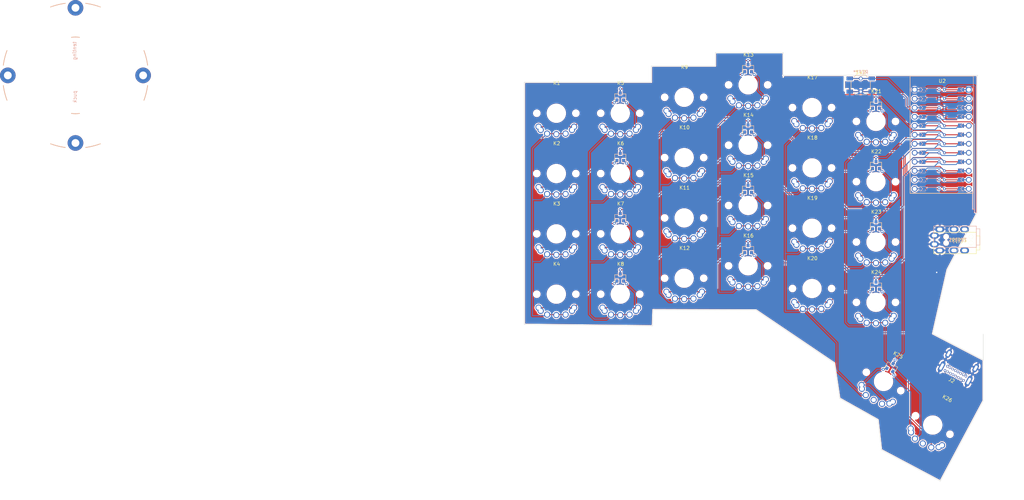
<source format=kicad_pcb>
(kicad_pcb (version 20221018) (generator pcbnew)
  (layers (0 "F.Cu" signal) (31 "B.Cu" signal) (34 "B.Paste" user) (35 "F.Paste" user) (36 "B.SilkS" user "B.Silkscreen") (37 "F.SilkS" user "F.Silkscreen") (38 "B.Mask" user) (39 "F.Mask" user) (44 "Edge.Cuts" user))
  (net 0 "")
  (net 1 "dataT")
  (net 2 "dataR")
  (net 3 "row0")
  (net 4 "row1")
  (net 5 "row2")
  (net 6 "row3")
  (net 7 "row4")
  (net 8 "col5")
  (net 9 "col4")
  (net 10 "col3")
  (net 11 "col2")
  (net 12 "col1")
  (net 13 "col0")
  (net 14 "gnd")
  (net 15 "Net-(D1-A1)")
  (net 16 "Net-(D2-A1)")
  (net 17 "Net-(D3-A1)")
  (net 18 "Net-(D4-A1)")
  (net 19 "Net-(D1-A2)")
  (net 20 "Net-(D2-A2)")
  (net 21 "Net-(D3-A2)")
  (net 22 "Net-(D4-A2)")
  (net 23 "Net-(D6-A1)")
  (net 24 "Net-(D7-A1)")
  (net 25 "Net-(D8-A1)")
  (net 26 "Net-(D5-A1)")
  (net 27 "Net-(D6-A2)")
  (net 28 "Net-(D7-A2)")
  (net 29 "Net-(D8-A2)")
  (net 30 "Net-(D5-A2)")
  (net 31 "Net-(D10-A1)")
  (net 32 "Net-(D11-A1)")
  (net 33 "Net-(D12-A1)")
  (net 34 "Net-(D9-A1)")
  (net 35 "Net-(D10-A2)")
  (net 36 "Net-(D11-A2)")
  (net 37 "Net-(D12-A2)")
  (net 38 "Net-(D9-A2)")
  (net 39 "Net-(D14-A1)")
  (net 40 "Net-(D14-A2)")
  (net 46 "vcc")
  (net 47 "reset")
  (footprint "fingerpunch:gateron-ks27-choc-v1-reversible" (layer "F.Cu") (at 178.135 133.6 -28.2)
    (fp_text reference "K25")
    (fp_text value "SW_Key")
  )
  (footprint "hillside_basic:SW_SPST_SKQG_WithStem" (layer "F.Cu") (at 171.71 50.06)
    (fp_text reference "SW2")
    (fp_text value "Reset")
  )
  (footprint "keyboard_reversible:promicro-slim" (layer "F.Cu") (at 194.5 64 -90)
    (fp_text reference "U2")
    (fp_text value "Elite-C")
  )
  (footprint "fingerpunch:gateron-ks27-choc-v1-reversible" (layer "F.Cu") (at 86 92)
    (fp_text reference "K3")
    (fp_text value "SW_Key")
  )
  (footprint "fingerpunch:gateron-ks27-choc-v1-reversible" (layer "F.Cu") (at 104 92)
    (fp_text reference "K7")
    (fp_text value "SW_Key")
  )
  (footprint "fingerpunch:gateron-ks27-choc-v1-reversible" (layer "F.Cu") (at 140 101)
    (fp_text reference "K16")
    (fp_text value "SW_Key")
  )
  (footprint "fingerpunch:gateron-ks27-choc-v1-reversible" (layer "F.Cu") (at 158 56.4)
    (fp_text reference "K17")
    (fp_text value "SW_Key")
  )
  (footprint "fingerpunch:gateron-ks27-choc-v1-reversible-1.5" (layer "F.Cu") (at 191.987169 145.879029 -28.2)
    (fp_text reference "K26")
    (fp_text value "SW_Key")
  )
  (footprint "fingerpunch:gateron-ks27-choc-v1-reversible" (layer "F.Cu") (at 122 87.5)
    (fp_text reference "K11")
    (fp_text value "SW_Key")
  )
  (footprint "fingerpunch:gateron-ks27-choc-v1-reversible" (layer "F.Cu") (at 104 58)
    (fp_text reference "K5")
    (fp_text value "SW_Key")
  )
  (footprint "hillside_basic:SOT-23" (layer "F.Cu") (at 104 104.3 90)
    (fp_text reference "D4" hide)
    (fp_text value "BAV70" hide)
  )
  (footprint "hillside_basic:SOT-23" (layer "F.Cu") (at 176 55.6 90)
    (fp_text reference "D10" hide)
    (fp_text value "BAV70" hide)
  )
  (footprint "fingerpunch:gateron-ks27-choc-v1-reversible" (layer "F.Cu") (at 176 94.3)
    (fp_text reference "K23")
    (fp_text value "SW_Key")
  )
  (footprint "fingerpunch:gateron-ks27-choc-v1-reversible" (layer "F.Cu") (at 140 67)
    (fp_text reference "K14")
    (fp_text value "SW_Key")
  )
  (footprint "hillside:MJ-4PP-9" (layer "F.Cu") (at 192.26 94.57 90)
    (fp_text reference "J5")
    (fp_text value "TRRS" hide)
  )
  (footprint "fingerpunch:gateron-ks27-choc-v1-reversible" (layer "F.Cu") (at 158 73.4)
    (fp_text reference "K18")
    (fp_text value "SW_Key")
  )
  (footprint "fingerpunch:gateron-ks27-choc-v1-reversible" (layer "F.Cu") (at 122 70.5)
    (fp_text reference "K10")
    (fp_text value "SW_Key")
  )
  (footprint "fingerpunch:gateron-ks27-choc-v1-reversible" (layer "F.Cu") (at 104 75)
    (fp_text reference "K6")
    (fp_text value "SW_Key")
  )
  (footprint "hillside_basic:SOT-23" (layer "F.Cu") (at 180.367281 129.452281 61.801)
    (fp_text reference "D14" hide)
    (fp_text value "BAV70" hide)
  )
  (footprint "hillside_basic:SOT-23" (layer "F.Cu") (at 104 53.3 90)
    (fp_text reference "D1" hide)
    (fp_text value "BAV70" hide)
  )
  (footprint "fingerpunch:gateron-ks27-choc-v1-reversible" (layer "F.Cu") (at 122 104.5)
    (fp_text reference "K12")
    (fp_text value "SW_Key")
  )
  (footprint "hillside_basic:SOT-23" (layer "F.Cu") (at 140 96.3 90)
    (fp_text reference "D5" hide)
    (fp_text value "BAV70" hide)
  )
  (footprint "fingerpunch:gateron-ks27-choc-v1-reversible" (layer "F.Cu") (at 176 77.3)
    (fp_text reference "K22")
    (fp_text value "SW_Key")
  )
  (footprint "hillside:Tenting_Puck" (layer "F.Cu") (at -49.405 47.33)
    (fp_text reference "H13")
    (fp_text value "Mount_Tenting")
  )
  (footprint "fingerpunch:gateron-ks27-choc-v1-reversible" (layer "F.Cu") (at 158 107.4)
    (fp_text reference "K20")
    (fp_text value "SW_Key")
  )
  (footprint "fingerpunch:gateron-ks27-choc-v1-reversible" (layer "F.Cu") (at 140 84)
    (fp_text reference "K15")
    (fp_text value "SW_Key")
  )
  (footprint "fingerpunch:gateron-ks27-choc-v1-reversible" (layer "F.Cu") (at 86 109)
    (fp_text reference "K4")
    (fp_text value "SW_Key")
  )
  (footprint "fingerpunch:gateron-ks27-choc-v1-reversible" (layer "F.Cu") (at 176 60.3)
    (fp_text reference "K21")
    (fp_text value "SW_Key")
  )
  (footprint "fingerpunch:gateron-ks27-choc-v1-reversible" (layer "F.Cu") (at 140 50)
    (fp_text reference "K13")
    (fp_text value "SW_Key")
  )
  (footprint "fingerpunch:gateron-ks27-choc-v1-reversible" (layer "F.Cu") (at 86 75)
    (fp_text reference "K2")
    (fp_text value "SW_Key")
  )
  (footprint "hillside_basic:SOT-23" (layer "F.Cu") (at 140 45.3 90)
    (fp_text reference "D6" hide)
    (fp_text value "BAV70" hide)
  )
  (footprint "fingerpunch:gateron-ks27-choc-v1-reversible" (layer "F.Cu") (at 86 58)
    (fp_text reference "K1")
    (fp_text value "SW_Key")
  )
  (footprint "hillside_basic:SOT-23" (layer "F.Cu") (at 140 79.3 90)
    (fp_text reference "D8" hide)
    (fp_text value "BAV70" hide)
  )
  (footprint "fingerpunch:gateron-ks27-choc-v1-reversible" (layer "F.Cu") (at 176 111.3)
    (fp_text reference "K24")
    (fp_text value "SW_Key")
  )
  (footprint "hillside_basic:SOT-23" (layer "F.Cu") (at 176 72.6 90)
    (fp_text reference "D11" hide)
    (fp_text value "BAV70" hide)
  )
  (footprint "hillside_basic:SOT-23" (layer "F.Cu") (at 176 106.6 90)
    (fp_text reference "D9" hide)
    (fp_text value "BAV70" hide)
  )
  (footprint "fingerpunch:gateron-ks27-choc-v1-reversible" (layer "F.Cu") (at 158 90.4)
    (fp_text reference "K19")
    (fp_text value "SW_Key")
  )
  (footprint "hillside_basic:SOT-23" (layer "F.Cu") (at 104 70.3 90)
    (fp_text reference "D2" hide)
    (fp_text value "BAV70" hide)
  )
  (footprint "fingerpunch:gateron-ks27-choc-v1-reversible" (layer "F.Cu") (at 122 53.5)
    (fp_text reference "K9")
    (fp_text value "SW_Key")
  )
  (footprint "keyboard_reversible:USB_C_16p" (layer "F.Cu") (at 201.68 125.15 151.801)
    (fp_text reference "J2")
    (fp_text value "USB_C_Receptacle_USB2.0")
  )
  (footprint "hillside_basic:SOT-23" (layer "F.Cu") (at 104 87.3 90)
    (fp_text reference "D3" hide)
    (fp_text value "BAV70" hide)
  )
  (footprint "hillside_basic:SOT-23" (layer "F.Cu") (at 140 62.3 90)
    (fp_text reference "D7" hide)
    (fp_text value "BAV70" hide)
  )
  (footprint "fingerpunch:gateron-ks27-choc-v1-reversible" (layer "F.Cu") (at 104 109)
    (fp_text reference "K8")
    (fp_text value "SW_Key")
  )
  (footprint "hillside_basic:SOT-23" (layer "F.Cu") (at 176 89.6 90)
    (fp_text reference "D12" hide)
    (fp_text value "BAV70" hide)
  )
  (gr_line (start 76.99 117.52) (end 113.08 117.93) (stroke (width 0.1)) (layer "Edge.Cuts"))
  (gr_line (start 194.13 161.67) (end 206.2 139.02) (stroke (width 0.1)) (layer "Edge.Cuts"))
  (gr_line (start 204.725 47.32) (end 149.775 47.32) (stroke (width 0.1)) (layer "Edge.Cuts"))
  (gr_line (start 167.11 51.69) (end 167.11 47.79) (stroke (width 0.1)) (layer "Edge.Cuts"))
  (gr_line (start 165.78 138.34) (end 176.57 144.4) (stroke (width 0.1)) (layer "Edge.Cuts"))
  (gr_line (start 206.19 127.54) (end 191.97 120.15) (stroke (width 0.1)) (layer "Edge.Cuts"))
  (gr_line (start 204.5 86) (end 204.5 47.31) (stroke (width 0.1)) (layer "Edge.Cuts"))
  (gr_line (start 76.99 49.24) (end 76.99 117.52) (stroke (width 0.1)) (layer "Edge.Cuts"))
  (gr_line (start 130.79 44.68) (end 130.79 40.87) (stroke (width 0.1)) (layer "Edge.Cuts"))
  (gr_line (start 113.24 113.38) (end 142.23 113.47) (stroke (width 0.1)) (layer "Edge.Cuts"))
  (gr_line (start 164.29 128.39) (end 165.78 138.34) (stroke (width 0.1)) (layer "Edge.Cuts"))
  (gr_line (start 112.76 44.68) (end 130.79 44.68) (stroke (width 0.1)) (layer "Edge.Cuts"))
  (gr_line (start 177.53 152.86) (end 194.13 161.67) (stroke (width 0.1)) (layer "Edge.Cuts"))
  (gr_line (start 112.76 49.24) (end 112.76 44.68) (stroke (width 0.1)) (layer "Edge.Cuts"))
  (gr_line (start 113.08 117.93) (end 113.24 113.38) (stroke (width 0.1)) (layer "Edge.Cuts"))
  (gr_line (start 149.9 47.79) (end 149.9 40.89) (stroke (width 0.1)) (layer "Edge.Cuts"))
  (gr_line (start 196.06 102.08) (end 204.5 86) (stroke (width 0.1)) (layer "Edge.Cuts"))
  (gr_line (start 176.57 144.4) (end 177.53 152.86) (stroke (width 0.1)) (layer "Edge.Cuts"))
  (gr_line (start 76.99 49.24) (end 112.76 49.24) (stroke (width 0.1)) (layer "Edge.Cuts"))
  (gr_line (start 191.97 120.15) (end 196.06 102.08) (stroke (width 0.1)) (layer "Edge.Cuts"))
  (gr_line (start 142.23 113.47) (end 164.29 128.39) (stroke (width 0.1)) (layer "Edge.Cuts"))
  (gr_line (start 149.9 40.89) (end 130.82 40.89) (stroke (width 0.1)) (layer "Edge.Cuts"))
  (gr_line (start 206.2 139.02) (end 206.2 120.25) (stroke (width 0.1)) (layer "Edge.Cuts"))
  (segment (start 203.708224 50.238224) (end 203.97 50.5) (width 0.25) (layer "B.Cu") (net 1))
  (segment (start 203.97 50.5) (end 203.97 85.82) (width 0.25) (layer "B.Cu") (net 1))
  (segment (start 196.402 50.238224) (end 203.708224 50.238224) (width 0.25) (layer "B.Cu") (net 1))
  (segment (start 195.277 51.363224) (end 196.402 50.238224) (width 0.25) (layer "B.Cu") (net 1))
  (segment (start 203.52 53.697233) (end 203.52 84.82) (width 0.25) (layer "B.Cu") (net 2))
  (segment (start 202.600991 52.778224) (end 203.52 53.697233) (width 0.25) (layer "B.Cu") (net 2))
  (segment (start 195.277 53.903224) (end 196.402 52.778224) (width 0.25) (layer "B.Cu") (net 2))
  (segment (start 196.402 52.778224) (end 202.600991 52.778224) (width 0.25) (layer "B.Cu") (net 2))
  (segment (start 166.04 53.45) (end 176 53.45) (width 0.25) (layer "F.Cu") (net 3))
  (segment (start 165.02 52.43) (end 166.04 53.45) (width 0.25) (layer "F.Cu") (net 3))
  (segment (start 146.9941 43.8041) (end 146.9941 48.7741) (width 0.25) (layer "F.Cu") (net 3))
  (segment (start 114.91 46.64) (end 115.13 46.42) (width 0.25) (layer "F.Cu") (net 3))
  (segment (start 115.13 46.42) (end 132.3 46.42) (width 0.25) (layer "F.Cu") (net 3))
  (segment (start 147.6 49.38) (end 164.273604 49.38) (width 0.25) (layer "F.Cu") (net 3))
  (segment (start 104 51.15) (end 113.47 51.15) (width 0.25) (layer "F.Cu") (net 3))
  (segment (start 114.91 49.71) (end 114.91 46.64) (width 0.25) (layer "F.Cu") (net 3))
  (segment (start 132.98 43.15) (end 140 43.15) (width 0.25) (layer "F.Cu") (net 3))
  (segment (start 146.34 43.15) (end 146.9941 43.8041) (width 0.25) (layer "F.Cu") (net 3))
  (segment (start 113.47 51.15) (end 114.91 49.71) (width 0.25) (layer "F.Cu") (net 3))
  (segment (start 140 43.15) (end 146.34 43.15) (width 0.25) (layer "F.Cu") (net 3))
  (segment (start 165.02 50.126396) (end 165.02 52.43) (width 0.25) (layer "F.Cu") (net 3))
  (segment (start 146.9941 48.7741) (end 147.6 49.38) (width 0.25) (layer "F.Cu") (net 3))
  (segment (start 132.3 46.42) (end 132.98 45.74) (width 0.25) (layer "F.Cu") (net 3))
  (segment (start 132.98 45.74) (end 132.98 43.15) (width 0.25) (layer "F.Cu") (net 3))
  (segment (start 164.273604 49.38) (end 165.02 50.126396) (width 0.25) (layer "F.Cu") (net 3))
  (segment (start 186.429009 62.648224) (end 192.628 62.648224) (width 0.25) (layer "B.Cu") (net 3))
  (segment (start 177.230785 53.45) (end 186.429009 62.648224) (width 0.25) (layer "B.Cu") (net 3))
  (segment (start 192.628 62.648224) (end 193.753 61.523224) (width 0.25) (layer "B.Cu") (net 3))
  (segment (start 176 53.45) (end 177.230785 53.45) (width 0.25) (layer "B.Cu") (net 3))
  (segment (start 139.99 60.14) (end 140 60.15) (width 0.25) (layer "F.Cu") (net 4))
  (segment (start 132.946396 60.14) (end 139.99 60.14) (width 0.25) (layer "F.Cu") (net 4))
  (segment (start 140 60.15) (end 147.053604 60.15) (width 0.25) (layer "F.Cu") (net 4))
  (segment (start 104 68.15) (end 111.41 68.15) (width 0.25) (layer "F.Cu") (net 4))
  (segment (start 116.06 63.5) (end 129.586396 63.5) (width 0.25) (layer "F.Cu") (net 4))
  (segment (start 111.41 68.15) (end 116.06 63.5) (width 0.25) (layer "F.Cu") (net 4))
  (segment (start 164.72 66.53) (end 168.64 70.45) (width 0.25) (layer "F.Cu") (net 4))
  (segment (start 129.586396 63.5) (end 132.946396 60.14) (width 0.25) (layer "F.Cu") (net 4))
  (segment (start 153.433604 66.53) (end 164.72 66.53) (width 0.25) (layer "F.Cu") (net 4))
  (segment (start 147.053604 60.15) (end 153.433604 66.53) (width 0.25) (layer "F.Cu") (net 4))
  (segment (start 168.64 70.45) (end 176 70.45) (width 0.25) (layer "F.Cu") (net 4))
  (segment (start 178.917233 70.45) (end 184.179009 65.188224) (width 0.25) (layer "B.Cu") (net 4))
  (segment (start 184.179009 65.188224) (end 192.628 65.188224) (width 0.25) (layer "B.Cu") (net 4))
  (segment (start 192.628 65.188224) (end 193.753 64.063224) (width 0.25) (layer "B.Cu") (net 4))
  (segment (start 176 70.45) (end 178.917233 70.45) (width 0.25) (layer "B.Cu") (net 4))
  (segment (start 132.47 77.15) (end 140 77.15) (width 0.25) (layer "F.Cu") (net 5))
  (segment (start 165.2 86.63) (end 165.2 84.4) (width 0.25) (layer "F.Cu") (net 5))
  (segment (start 110.86 85.15) (end 115.57 80.44) (width 0.25) (layer "F.Cu") (net 5))
  (segment (start 129.18 80.44) (end 132.47 77.15) (width 0.25) (layer "F.Cu") (net 5))
  (segment (start 115.57 80.44) (end 129.18 80.44) (width 0.25) (layer "F.Cu") (net 5))
  (segment (start 165.2 84.4) (end 164.23 83.43) (width 0.25) (layer "F.Cu") (net 5))
  (segment (start 166.02 87.45) (end 165.2 86.63) (width 0.25) (layer "F.Cu") (net 5))
  (segment (start 154.023604 83.43) (end 147.743604 77.15) (width 0.25) (layer "F.Cu") (net 5))
  (segment (start 164.23 83.43) (end 154.023604 83.43) (width 0.25) (layer "F.Cu") (net 5))
  (segment (start 176 87.45) (end 166.02 87.45) (width 0.25) (layer "F.Cu") (net 5))
  (segment (start 104 85.15) (end 110.86 85.15) (width 0.25) (layer "F.Cu") (net 5))
  (segment (start 147.743604 77.15) (end 140 77.15) (width 0.25) (layer "F.Cu") (net 5))
  (segment (start 176.67 87.45) (end 176 87.45) (width 0.25) (layer "B.Cu") (net 5))
  (segment (start 182.76 81.36) (end 176.67 87.45) (width 0.25) (layer "B.Cu") (net 5))
  (segment (start 190.265828 67.93) (end 186.32 67.93) (width 0.25) (layer "B.Cu") (net 5))
  (segment (start 182.76 71.49) (end 182.76 81.36) (width 0.25) (layer "B.Cu") (net 5))
  (segment (start 193.753 66.603224) (end 192.429 67.927224) (width 0.25) (layer "B.Cu") (net 5))
  (segment (start 186.32 67.93) (end 182.76 71.49) (width 0.25) (layer "B.Cu") (net 5))
  (segment (start 192.429 67.927224) (end 190.268604 67.927224) (width 0.25) (layer "B.Cu") (net 5))
  (segment (start 190.268604 67.927224) (end 190.265828 67.93) (width 0.25) (layer "B.Cu") (net 5))
  (segment (start 169.85 104.45) (end 176 104.45) (width 0.25) (layer "F.Cu") (net 6))
  (segment (start 147.34 95.126396) (end 147.34 97.8) (width 0.25) (layer "F.Cu") (net 6))
  (segment (start 165.87 100.47) (end 169.85 104.45) (width 0.25) (layer "F.Cu") (net 6))
  (segment (start 111.53 102.15) (end 116.42 97.26) (width 0.25) (layer "F.Cu") (net 6))
  (segment (start 147.34 97.8) (end 150.01 100.47) (width 0.25) (layer "F.Cu") (net 6))
  (segment (start 104 102.15) (end 111.53 102.15) (width 0.25) (layer "F.Cu") (net 6))
  (segment (start 116.42 97.26) (end 129.95 97.26) (width 0.25) (layer "F.Cu") (net 6))
  (segment (start 129.95 97.26) (end 133.06 94.15) (width 0.25) (layer "F.Cu") (net 6))
  (segment (start 150.01 100.47) (end 165.87 100.47) (width 0.25) (layer "F.Cu") (net 6))
  (segment (start 146.363604 94.15) (end 147.34 95.126396) (width 0.25) (layer "F.Cu") (net 6))
  (segment (start 133.06 94.15) (end 140 94.15) (width 0.25) (layer "F.Cu") (net 6))
  (segment (start 140 94.15) (end 146.363604 94.15) (width 0.25) (layer "F.Cu") (net 6))
  (segment (start 193.753 69.143224) (end 190.966776 69.143224) (width 0.25) (layer "B.Cu") (net 6))
  (segment (start 190.966776 69.143224) (end 189.551776 70.558224) (width 0.25) (layer "B.Cu") (net 6))
  (segment (start 183.21 98.01) (end 176.77 104.45) (width 0.25) (layer "B.Cu") (net 6))
  (segment (start 176.77 104.45) (end 176 104.45) (width 0.25) (layer "B.Cu") (net 6))
  (segment (start 183.21 73.777233) (end 183.21 98.01) (width 0.25) (layer "B.Cu") (net 6))
  (segment (start 189.551776 70.558224) (end 186.429009 70.558224) (width 0.25) (layer "B.Cu") (net 6))
  (segment (start 186.429009 70.558224) (end 183.21 73.777233) (width 0.25) (layer "B.Cu") (net 6))
  (segment (start 192.429 73.007224) (end 186.520009 73.007224) (width 0.25) (layer "B.Cu") (net 7))
  (segment (start 193.753 71.683224) (end 192.429 73.007224) (width 0.25) (layer "B.Cu") (net 7))
  (segment (start 183.67 125.270693) (end 181.383232 127.557461) (width 0.25) (layer "B.Cu") (net 7))
  (segment (start 186.520009 73.007224) (end 183.67 75.857233) (width 0.25) (layer "B.Cu") (net 7))
  (segment (start 183.67 75.857233) (end 183.67 125.270693) (width 0.25) (layer "B.Cu") (net 7))
  (segment (start 173.4 83.05) (end 178.6 83.05) (width 0.25) (layer "F.Cu") (net 8))
  (segment (start 173.4 117.05) (end 178.6 117.05) (width 0.25) (layer "F.Cu") (net 8))
  (segment (start 173.4 100.05) (end 178.6 100.05) (width 0.25) (layer "F.Cu") (net 8))
  (segment (start 185.15 74.377233) (end 185.15 143.31) (width 0.25) (layer "F.Cu") (net 8))
  (segment (start 185.15 143.31) (end 191.561391 149.721391) (width 0.25) (layer "F.Cu") (net 8))
  (segment (start 194.065 73.011224) (end 195.277 74.223224) (width 0.25) (layer "F.Cu") (net 8))
  (segment (start 185.15 74.377233) (end 186.516009 73.011224) (width 0.25) (layer "F.Cu") (net 8))
  (segment (start 173.4 66.05) (end 178.6 66.05) (width 0.25) (layer "F.Cu") (net 8))
  (segment (start 191.561391 149.721391) (end 191.561391 152.175156) (width 0.25) (layer "F.Cu") (net 8))
  (segment (start 186.516009 73.011224) (end 194.065 73.011224) (width 0.25) (layer "F.Cu") (net 8))
  (segment (start 173.4 83.05) (end 171.87 84.58) (width 0.25) (layer "B.Cu") (net 8))
  (segment (start 172.525001 117.924999) (end 173.4 117.05) (width 0.25) (layer "B.Cu") (net 8))
  (segment (start 178.6 117.05) (end 178.6 127.563515) (width 0.25) (layer "B.Cu") (net 8))
  (segment (start 167.46 116.99) (end 168.394999 117.924999) (width 0.25) (layer "B.Cu") (net 8))
  (segment (start 188.3659 148.330605) (end 186.978613 149.717892) (width 0.25) (layer "B.Cu") (net 8))
  (segment (start 168.394999 117.924999) (end 172.525001 117.924999) (width 0.25) (layer "B.Cu") (net 8))
  (segment (start 167.46 101.52) (end 167.46 116.99) (width 0.25) (layer "B.Cu") (net 8))
  (segment (start 180.908382 129.871897) (end 181.061897 129.871897) (width 0.25) (layer "B.Cu") (net 8))
  (segment (start 171.87 84.58) (end 167.46 84.58) (width 0.25) (layer "B.Cu") (net 8))
  (segment (start 167.46 71.99) (end 167.46 84.58) (width 0.25) (layer "B.Cu") (net 8))
  (segment (start 167.46 84.58) (end 167.46 101.52) (width 0.25) (layer "B.Cu") (net 8))
  (segment (start 171.93 101.52) (end 167.46 101.52) (width 0.25) (layer "B.Cu") (net 8))
  (segment (start 181.061897 129.871897) (end 188.3659 137.1759) (width 0.25) (layer "B.Cu") (net 8))
  (segment (start 173.4 100.05) (end 171.93 101.52) (width 0.25) (layer "B.Cu") (net 8))
  (segment (start 188.3659 137.1759) (end 188.3659 148.330605) (width 0.25) (layer "B.Cu") (net 8))
  (segment (start 178.6 127.563515) (end 180.908382 129.871897) (width 0.25) (layer "B.Cu") (net 8))
  (segment (start 173.4 66.05) (end 167.46 71.99) (width 0.25) (layer "B.Cu") (net 8))
  (segment (start 167.33 119.88) (end 184.7 119.88) (width 0.25) (layer "F.Cu") (net 9))
  (segment (start 155.4 62.15) (end 160.6 62.15) (width 0.25) (layer "F.Cu") (net 9))
  (segment (start 155.4 113.15) (end 160.6 113.15) (width 0.25) (layer "F.Cu") (net 9))
  (segment (start 186.516009 70.471224) (end 194.065 70.471224) (width 0.25) (layer "F.Cu") (net 9))
  (segment (start 160.6 113.15) (end 167.33 119.88) (width 0.25) (layer "F.Cu") (net 9))
  (segment (start 184.7 72.287233) (end 186.516009 70.471224) (width 0.25) (layer "F.Cu") (net 9))
  (segment (start 155.4 79.15) (end 160.6 79.15) (width 0.25) (layer "F.Cu") (net 9))
  (segment (start 184.7 119.88) (end 184.7 72.287233) (width 0.25) (layer "F.Cu") (net 9))
  (segment (start 155.4 96.15) (end 160.6 96.15) (width 0.25) (layer "F.Cu") (net 9))
  (segment (start 194.065 70.471224) (end 195.277 71.683224) (width 0.25) (layer "F.Cu") (net 9))
  (segment (start 154.01 97.54) (end 150.48 97.54) (width 0.25) (layer "B.Cu") (net 9))
  (segment (start 171.889008 137.438863) (end 173.126444 137.438863) (width 0.25) (layer "B.Cu") (net 9))
  (segment (start 150.48 80.64) (end 150.48 97.54) (width 0.25) (layer "B.Cu") (net 9))
  (segment (start 155.4 62.15) (end 150.48 67.07) (width 0.25) (layer "B.Cu") (net 9))
  (segment (start 150.48 113.86) (end 154.69 113.86) (width 0.25) (layer "B.Cu") (net 9))
  (segment (start 154.69 113.86) (end 155.4 113.15) (width 0.25) (layer "B.Cu") (net 9))
  (segment (start 155.4 113.15) (end 165.007193 122.757193) (width 0.25) (layer "B.Cu") (net 9))
  (segment (start 155.4 96.15) (end 154.01 97.54) (width 0.25) (layer "B.Cu") (net 9))
  (segment (start 150.48 97.54) (end 150.48 113.86) (width 0.25) (layer "B.Cu") (net 9))
  (segment (start 153.91 80.64) (end 150.48 80.64) (width 0.25) (layer "B.Cu") (net 9))
  (segment (start 165.007193 122.757193) (end 165.007193 130.557048) (width 0.25) (layer "B.Cu") (net 9))
  (segment (start 155.4 79.15) (end 153.91 80.64) (width 0.25) (layer "B.Cu") (net 9))
  (segment (start 150.48 67.07) (end 150.48 80.64) (width 0.25) (layer "B.Cu") (net 9))
  (segment (start 165.007193 130.557048) (end 171.889008 137.438863) (width 0.25) (layer "B.Cu") (net 9))
  (segment (start 142.6 92.92) (end 142.6 89.75) (width 0.25) (layer "F.Cu") (net 10))
  (segment (start 137.4 72.75) (end 142.6 72.75) (width 0.25) (layer "F.Cu") (net 10))
  (segment (start 137.4 89.75) (end 142.6 89.75) (width 0.25) (layer "F.Cu") (net 10))
  (segment (start 137.4 106.75) (end 142.6 106.75) (width 0.25) (layer "F.Cu") (net 10))
  (segment (start 184.25 69.98) (end 184.25 98.85) (width 0.25) (layer "F.Cu") (net 10))
  (segment (start 186.298776 67.931224) (end 184.25 69.98) (width 0.25) (layer "F.Cu") (net 10))
  (segment (start 194.065 67.931224) (end 186.298776 67.931224) (width 0.25) (layer "F.Cu") (net 10))
  (segment (start 137.4 55.75) (end 142.6 55.75) (width 0.25) (layer "F.Cu") (net 10))
  (segment (start 184.25 98.85) (end 179.375 103.725) (width 0.25) (layer "F.Cu") (net 10))
  (segment (start 147.79 97.613604) (end 147.79 94.94) (width 0.25) (layer "F.Cu") (net 10))
  (segment (start 195.277 69.143224) (end 194.065 67.931224) (width 0.25) (layer "F.Cu") (net 10))
  (segment (start 166.21 100.02) (end 150.196396 100.02) (width 0.25) (layer "F.Cu") (net 10))
  (segment (start 146.55 93.7) (end 143.38 93.7) (width 0.25) (layer "F.Cu") (net 10))
  (segment (start 169.915 103.725) (end 166.21 100.02) (width 0.25) (layer "F.Cu") (net 10))
  (segment (start 179.375 103.725) (end 169.915 103.725) (width 0.25) (layer "F.Cu") (net 10))
  (segment (start 143.38 93.7) (end 142.6 92.92) (width 0.25) (layer "F.Cu") (net 10))
  (segment (start 147.79 94.94) (end 146.55 93.7) (width 0.25) (layer "F.Cu") (net 10))
  (segment (start 150.196396 100.02) (end 147.79 97.613604) (width 0.25) (layer "F.Cu") (net 10))
  (segment (start 135.68 108.47) (end 137.4 106.75) (width 0.25) (layer "B.Cu") (net 10))
  (segment (start 131.82 108.47) (end 135.68 108.47) (width 0.25) (layer "B.Cu") (net 10))
  (segment (start 135.33 74.82) (end 131.82 74.82) (width 0.25) (layer "B.Cu") (net 10))
  (segment (start 131.82 61.33) (end 131.82 74.82) (width 0.25) (layer "B.Cu") (net 10))
  (segment (start 137.4 72.75) (end 135.33 74.82) (width 0.25) (layer "B.Cu") (net 10))
  (segment (start 137.4 89.75) (end 134.7 92.45) (width 0.25) (layer "B.Cu") (net 10))
  (segment (start 134.7 92.45) (end 131.82 92.45) (width 0.25) (layer "B.Cu") (net 10))
  (segment (start 131.82 74.82) (end 131.82 92.45) (width 0.25) (layer "B.Cu") (net 10))
  (segment (start 131.82 92.45) (end 131.82 108.47) (width 0.25) (layer "B.Cu") (net 10))
  (segment (start 137.4 55.75) (end 131.82 61.33) (width 0.25) (layer "B.Cu") (net 10))
  (segment (start 186.508776 65.391224) (end 183.8 68.1) (width 0.25) (layer "F.Cu") (net 11))
  (segment (start 130.593604 78.39) (end 126.74 78.39) (width 0.25) (layer "F.Cu") (net 11))
  (segment (start 168.3 85.23) (end 166.04 82.97) (width 0.25) (layer "F.Cu") (net 11))
  (segment (start 166.04 82.97) (end 154.2 82.97) (width 0.25) (layer "F.Cu") (net 11))
  (segment (start 119.4 110.25) (end 124.6 110.25) (width 0.25) (layer "F.Cu") (net 11))
  (segment (start 133.113604 75.87) (end 130.593604 78.39) (width 0.25) (layer "F.Cu") (net 11))
  (segment (start 183.8 68.1) (end 183.8 83.94) (width 0.25) (layer "F.Cu") (net 11))
  (segment (start 126.74 78.39) (end 124.6 76.25) (width 0.25) (layer "F.Cu") (net 11))
  (segment (start 183.8 83.94) (end 182.51 85.23) (width 0.25) (layer "F.Cu") (net 11))
  (segment (start 194.065 65.391224) (end 186.508776 65.391224) (width 0.25) (layer "F.Cu") (net 11))
  (segment (start 147.1 75.87) (end 133.113604 75.87) (width 0.25) (layer "F.Cu") (net 11))
  (segment (start 195.277 66.603224) (end 194.065 65.391224) (width 0.25) (layer "F.Cu") (net 11))
  (segment (start 119.4 59.25) (end 124.6 59.25) (width 0.25) (layer "F.Cu") (net 11))
  (segment (start 182.51 85.23) (end 168.3 85.23) (width 0.25) (layer "F.Cu") (net 11))
  (segment (start 119.4 93.25) (end 124.6 93.25) (width 0.25) (layer "F.Cu") (net 11))
  (segment (start 154.2 82.97) (end 147.1 75.87) (width 0.25) (layer "F.Cu") (net 11))
  (segment (start 119.4 76.25) (end 124.6 76.25) (width 0.25) (layer "F.Cu") (net 11))
  (segment (start 118.525001 111.124999) (end 119.4 110.25) (width 0.25) (layer "B.Cu") (net 11))
  (segment (start 117.754999 111.124999) (end 118.525001 111.124999) (width 0.25) (layer "B.Cu") (net 11))
  (segment (start 119.4 76.25) (end 117.55 78.1) (width 0.25) (layer "B.Cu") (net 11))
  (segment (start 117.55 78.1) (end 115.2741 78.1) (width 0.25) (layer "B.Cu") (net 11))
  (segment (start 119.4 59.25) (end 115.2741 63.3759) (width 0.25) (layer "B.Cu") (net 11))
  (segment (start 119.4 93.25) (end 117.11 95.54) (width 0.25) (layer "B.Cu") (net 11))
  (segment (start 115.2741 78.1) (end 115.2741 95.54) (width 0.25) (layer "B.Cu") (net 11))
  (segment (start 117.11 95.54) (end 115.2741 95.54) (width 0.25) (layer "B.Cu") (net 11))
  (segment (start 115.2741 108.6441) (end 117.754999 111.124999) (width 0.25) (layer "B.Cu") (net 11))
  (segment (start 115.2741 63.3759) (end 115.2741 78.1) (width 0.25) (layer "B.Cu") (net 11))
  (segment (start 115.2741 95.54) (end 115.2741 108.6441) (width 0.25) (layer "B.Cu") (net 11))
  (segment (start 182.55 68.81) (end 167.636396 68.81) (width 0.25) (layer "F.Cu") (net 12))
  (segment (start 101.4 63.75) (end 106.6 63.75) (width 0.25) (layer "F.Cu") (net 12))
  (segment (start 195.277 64.063224) (end 194.065 62.851224) (width 0.25) (layer "F.Cu") (net 12))
  (segment (start 164.906396 66.08) (end 153.62 66.08) (width 0.25) (layer "F.Cu") (net 12))
  (segment (start 186.516009 62.851224) (end 183.08 66.287233) (width 0.25) (layer "F.Cu") (net 12))
  (segment (start 133.2 59.25) (end 129.4 63.05) (width 0.25) (layer "F.Cu") (net 12))
  (segment (start 101.4 114.75) (end 106.6 114.75) (width 0.25) (layer "F.Cu") (net 12))
  (segment (start 115.873604 63.05) (end 113.563604 65.36) (width 0.25) (layer "F.Cu") (net 12))
  (segment (start 167.636396 68.81) (end 164.906396 66.08) (width 0.25) (layer "F.Cu") (net 12))
  (segment (start 183.08 68.28) (end 182.55 68.81) (width 0.25) (layer "F.Cu") (net 12))
  (segment (start 129.4 63.05) (end 115.873604 63.05) (width 0.25) (layer "F.Cu") (net 12))
  (segment (start 108.21 65.36) (end 106.6 63.75) (width 0.25) (layer "F.Cu") (net 12))
  (segment (start 194.065 62.851224) (end 186.516009 62.851224) (width 0.25) (layer "F.Cu") (net 12))
  (segment (start 101.4 80.75) (end 106.6 80.75) (width 0.25) (layer "F.Cu") (net 12))
  (segment (start 113.563604 65.36) (end 108.21 65.36) (width 0.25) (layer "F.Cu") (net 12))
  (segment (start 153.62 66.08) (end 146.79 59.25) (width 0.25) (layer "F.Cu") (net 12))
  (segment (start 146.79 59.25) (end 133.2 59.25) (width 0.25) (layer "F.Cu") (net 12))
  (segment (start 101.4 97.75) (end 106.6 97.75) (width 0.25) (layer "F.Cu") (net 12))
  (segment (start 183.08 66.287233) (end 183.08 68.28) (width 0.25) (layer "F.Cu") (net 12))
  (segment (start 101.4 80.75) (end 99.13 83.02) (width 0.25) (layer "B.Cu") (net 12))
  (segment (start 101.4 114.75) (end 100.11 116.04) (width 0.25) (layer "B.Cu") (net 12))
  (segment (start 100.55 63.75) (end 101.4 63.75) (width 0.25) (layer "B.Cu") (net 12))
  (segment (start 100.11 116.04) (end 96.7 116.04) (width 0.25) (layer "B.Cu") (net 12))
  (segment (start 99.13 83.02) (end 95.31 83.02) (width 0.25) (layer "B.Cu") (net 12))
  (segment (start 95.31 83.02) (end 95.31 68.99) (width 0.25) (layer "B.Cu") (net 12))
  (segment (start 95.31 68.99) (end 100.55 63.75) (width 0.25) (layer "B.Cu") (net 12))
  (segment (start 96.7 116.04) (end 95.31 114.65) (width 0.25) (layer "B.Cu") (net 12))
  (segment (start 95.31 99.92) (end 95.31 83.02) (width 0.25) (layer "B.Cu") (net 12))
  (segment (start 95.31 114.65) (end 95.31 99.92) (width 0.25) (layer "B.Cu") (net 12))
  (segment (start 99.23 99.92) (end 95.31 99.92) (width 0.25) (layer "B.Cu") (net 12))
  (segment (start 101.4 97.75) (end 99.23 99.92) (width 0.25) (layer "B.Cu") (net 12))
  (segment (start 83.4 97.75) (end 88.6 97.75) (width 0.25) (layer "F.Cu") (net 13))
  (segment (start 185.021224 60.311224) (end 184.8 60.09) (width 0.25) (layer "F.Cu") (net 13))
  (segment (start 194.065 60.311224) (end 185.021224 60.311224) (width 0.25) (layer "F.Cu") (net 13))
  (segment (start 132.113604 45.97) (end 114.943604 45.97) (width 0.25) (layer "F.Cu") (net 13))
  (segment (start 165.47 52.243604) (end 165.47 49.94) (width 0.25) (layer "F.Cu") (net 13))
  (segment (start 83.4 80.75) (end 88.6 80.75) (width 0.25) (layer "F.Cu") (net 13))
  (segment (start 147.4441 48.587704) (end 147.4441 43.617704) (width 0.25) (layer "F.Cu") (net 13))
  (segment (start 164.46 48.93) (end 147.786396 48.93) (width 0.25) (layer "F.Cu") (net 13))
  (segment (start 147.4441 43.617704) (end 146.056396 42.23) (width 0.25) (layer "F.Cu") (net 13))
  (segment (start 146.056396 42.23) (end 133.263604 42.23) (width 0.25) (layer "F.Cu") (net 13))
  (segment (start 78.78 50.39) (end 78.78 63.31) (width 0.25) (layer "F.Cu") (net 13))
  (segment (start 132.53 45.553604) (end 132.113604 45.97) (width 0.25) (layer "F.Cu") (net 13))
  (segment (start 132.53 42.963604) (end 132.53 45.553604) (width 0.25) (layer "F.Cu") (net 13))
  (segment (start 80.19 64.72) (end 82.43 64.72) (width 0.25) (layer "F.Cu") (net 13))
  (segment (start 133.263604 42.23) (end 132.53 42.963604) (width 0.25) (layer "F.Cu") (net 13))
  (segment (start 114.46 49.37) (end 113.44 50.39) (width 0.25) (layer "F.Cu") (net 13))
  (segment (start 183.93 52.74) (end 176.315305 52.74) (width 0.25) (layer "F.Cu") (net 13))
  (segment (start 78.78 63.31) (end 80.19 64.72) (width 0.25) (layer "F.Cu") (net 13))
  (segment (start 83.4 114.75) (end 88.6 114.75) (width 0.25) (layer "F.Cu") (net 13))
  (segment (start 147.786396 48.93) (end 147.4441 48.587704) (width 0.25) (layer "F.Cu") (net 13))
  (segment (start 175.699695 52.725) (end 175.684695 52.74) (width 0.25) (layer "F.Cu") (net 13))
  (segment (start 114.943604 45.97) (end 114.46 46.453604) (width 0.25) (layer "F.Cu") (net 13))
  (segment (start 114.46 46.453604) (end 114.46 49.37) (width 0.25) (layer "F.Cu") (net 13))
  (segment (start 175.684695 52.74) (end 165.966396 52.74) (width 0.25) (layer "F.Cu") (net 13))
  (segment (start 83.4 63.75) (end 88.6 63.75) (width 0.25) (layer "F.Cu") (net 13))
  (segment (start 165.47 49.94) (end 164.46 48.93) (width 0.25) (layer "F.Cu") (net 13))
  (segment (start 195.277 61.523224) (end 194.065 60.311224) (width 0.25) (layer "F.Cu") (net 13))
  (segment (start 82.43 64.72) (end 83.4 63.75) (width 0.25) (layer "F.Cu") (net 13))
  (segment (start 184.8 60.09) (end 184.8 53.61) (width 0.25) (layer "F.Cu") (net 13))
  (segment (start 165.966396 52.74) (end 165.47 52.243604) (width 0.25) (layer "F.Cu") (net 13))
  (segment (start 176.315305 52.74) (end 176.300305 52.725) (width 0.25) (layer "F.Cu") (net 13))
  (segment (start 176.300305 52.725) (end 175.699695 52.725) (width 0.25) (layer "F.Cu") (net 13))
  (segment (start 113.44 50.39) (end 78.78 50.39) (width 0.25) (layer "F.Cu") (net 13))
  (segment (start 184.8 53.61) (end 183.93 52.74) (width 0.25) (layer "F.Cu") (net 13))
  (segment (start 79.2741 115.0759) (end 83.0741 115.0759) (width 0.25) (layer "B.Cu") (net 13))
  (segment (start 83.4 63.75) (end 79.2741 67.8759) (width 0.25) (layer "B.Cu") (net 13))
  (segment (start 83.4 97.75) (end 81.37 99.78) (width 0.25) (layer "B.Cu") (net 13))
  (segment (start 79.2741 99.78) (end 79.2741 115.0759) (width 0.25) (layer "B.Cu") (net 13))
  (segment (start 79.2741 82.35) (end 79.2741 99.78) (width 0.25) (layer "B.Cu") (net 13))
  (segment (start 79.2741 67.8759) (end 79.2741 82.35) (width 0.25) (layer "B.Cu") (net 13))
  (segment (start 81.8 82.35) (end 79.2741 82.35) (width 0.25) (layer "B.Cu") (net 13))
  (segment (start 83.0741 115.0759) (end 83.4 114.75) (width 0.25) (layer "B.Cu") (net 13))
  (segment (start 83.4 80.75) (end 81.8 82.35) (width 0.25) (layer "B.Cu") (net 13))
  (segment (start 81.37 99.78) (end 79.2741 99.78) (width 0.25) (layer "B.Cu") (net 13))
  (via (at 193.1 102.86) (size 0.8) (drill 0.4) (layers "F.Cu" "B.Cu") (net 14))
  (via (at 183.84 53.76) (size 0.8) (drill 0.4) (layers "F.Cu" "B.Cu") (net 14))
  (segment (start 185.68974 120.47026) (end 185.68974 125.094785) (width 0.25) (layer "B.Cu") (net 14))
  (segment (start 186.02 90.04) (end 186.02 120.14) (width 0.25) (layer "B.Cu") (net 14))
  (segment (start 185.68974 125.094785) (end 191.114955 130.52) (width 0.25) (layer "B.Cu") (net 14))
  (segment (start 197.43 90.04) (end 186.02 90.04) (width 0.25) (layer "B.Cu") (net 14))
  (segment (start 203.52 85.54) (end 202.62 86.44) (width 0.25) (layer "B.Cu") (net 14))
  (segment (start 202.62 86.44) (end 201.03 86.44) (width 0.25) (layer "B.Cu") (net 14))
  (segment (start 186.02 120.14) (end 185.68974 120.47026) (width 0.25) (layer "B.Cu") (net 14))
  (segment (start 201.03 86.44) (end 197.43 90.04) (width 0.25) (layer "B.Cu") (net 14))
  (segment (start 97.75 55.05) (end 102.3 55.05) (width 0.25) (layer "F.Cu") (net 15))
  (segment (start 81 61.8) (end 91 61.8) (width 0.25) (layer "F.Cu") (net 15))
  (segment (start 91 61.8) (end 97.75 55.05) (width 0.25) (layer "F.Cu") (net 15))
  (segment (start 81 78.8) (end 91 78.8) (width 0.25) (layer "F.Cu") (net 16))
  (segment (start 97.75 72.05) (end 102.3 72.05) (width 0.25) (layer "F.Cu") (net 16))
  (segment (start 91 78.8) (end 97.75 72.05) (width 0.25) (layer "F.Cu") (net 16))
  (segment (start 91 95.8) (end 97.75 89.05) (width 0.25) (layer "F.Cu") (net 17))
  (segment (start 81 95.8) (end 91 95.8) (width 0.25) (layer "F.Cu") (net 17))
  (segment (start 97.75 89.05) (end 102.3 89.05) (width 0.25) (layer "F.Cu") (net 17))
  (segment (start 91 112.8) (end 97.75 106.05) (width 0.25) (layer "F.Cu") (net 18))
  (segment (start 97.75 106.05) (end 102.3 106.05) (width 0.25) (layer "F.Cu") (net 18))
  (segment (start 81 112.8) (end 91 112.8) (width 0.25) (layer "F.Cu") (net 18))
  (segment (start 99 61.8) (end 109 61.8) (width 0.25) (layer "F.Cu") (net 19))
  (segment (start 108.2741 61.0741) (end 109 61.8) (width 0.25) (layer "B.Cu") (net 19))
  (segment (start 108.2741 57.6241) (end 108.2741 61.0741) (width 0.25) (layer "B.Cu") (net 19))
  (segment (start 105.7 55.05) (end 108.2741 57.6241) (width 0.25) (layer "B.Cu") (net 19))
  (segment (start 99 78.8) (end 109 78.8) (width 0.25) (layer "F.Cu") (net 20))
  (segment (start 105.7 72.05) (end 106.875 73.225) (width 0.25) (layer "B.Cu") (net 20))
  (segment (start 106.875 76.675) (end 109 78.8) (width 0.25) (layer "B.Cu") (net 20))
  (segment (start 106.875 73.225) (end 106.875 76.675) (width 0.25) (layer "B.Cu") (net 20))
  (segment (start 99 95.8) (end 109 95.8) (width 0.25) (layer "F.Cu") (net 21))
  (segment (start 106.875 90.225) (end 106.875 93.675) (width 0.25) (layer "B.Cu") (net 21))
  (segment (start 105.7 89.05) (end 106.875 90.225) (width 0.25) (layer "B.Cu") (net 21))
  (segment (start 106.875 93.675) (end 109 95.8) (width 0.25) (layer "B.Cu") (net 21))
  (segment (start 99 112.8) (end 109 112.8) (width 0.25) (layer "F.Cu") (net 22))
  (segment (start 108.2741 112.0741) (end 109 112.8) (width 0.25) (layer "B.Cu") (net 22))
  (segment (start 105.7 106.05) (end 108.2741 108.6241) (width 0.25) (layer "B.Cu") (net 22))
  (segment (start 108.2741 108.6241) (end 108.2741 112.0741) (width 0.25) (layer "B.Cu") (net 22))
  (segment (start 131.89 47.05) (end 131.03 47.91) (width 0.25) (layer "F.Cu") (net 23))
  (segment (start 131.03 55.25) (end 128.98 57.3) (width 0.25) (layer "F.Cu") (net 23))
  (segment (start 138.3 47.05) (end 131.89 47.05) (width 0.25) (layer "F.Cu") (net 23))
  (segment (start 117 57.3) (end 127 57.3) (width 0.25) (layer "F.Cu") (net 23))
  (segment (start 128.98 57.3) (end 127 57.3) (width 0.25) (layer "F.Cu") (net 23))
  (segment (start 131.03 47.91) (end 131.03 55.25) (width 0.25) (layer "F.Cu") (net 23))
  (segment (start 128.933684 74.3) (end 137.288198 65.945486) (width 0.25) (layer "F.Cu") (net 24))
  (segment (start 137.288198 65.061802) (end 138.3 64.05) (width 0.25) (layer "F.Cu") (net 24))
  (segment (start 127 74.3) (end 128.933684 74.3) (width 0.25) (layer "F.Cu") (net 24))
  (segment (start 117 74.3) (end 127 74.3) (width 0.25) (layer "F.Cu") (net 24))
  (segment (start 137.288198 65.945486) (end 137.288198 65.061802) (width 0.25) (layer "F.Cu") (net 24))
  (segment (start 131.06 83.01) (end 133.02 81.05) (width 0.25) (layer "F.Cu") (net 25))
  (segment (start 133.02 81.05) (end 138.3 81.05) (width 0.25) (layer "F.Cu") (net 25))
  (segment (start 129.66 91.3) (end 131.06 89.9) (width 0.25) (layer "F.Cu") (net 25))
  (segment (start 131.06 89.9) (end 131.06 83.01) (width 0.25) (layer "F.Cu") (net 25))
  (segment (start 117 91.3) (end 127 91.3) (width 0.25) (layer "F.Cu") (net 25))
  (segment (start 127 91.3) (end 129.66 91.3) (width 0.25) (layer "F.Cu") (net 25))
  (segment (start 133.49 98.05) (end 138.3 98.05) (width 0.25) (layer "F.Cu") (net 26))
  (segment (start 131.12 100.42) (end 133.49 98.05) (width 0.25) (layer "F.Cu") (net 26))
  (segment (start 127 108.3) (end 127.01 108.31) (width 0.25) (layer "F.Cu") (net 26))
  (segment (start 117 108.3) (end 127 108.3) (width 0.25) (layer "F.Cu") (net 26))
  (segment (start 131.12 107.26) (end 131.12 100.42) (width 0.25) (layer "F.Cu") (net 26))
  (segment (start 127.01 108.31) (end 130.07 108.31) (width 0.25) (layer "F.Cu") (net 26))
  (segment (start 130.07 108.31) (end 131.12 107.26) (width 0.25) (layer "F.Cu") (net 26))
  (segment (start 135 53.8) (end 145 53.8) (width 0.25) (layer "F.Cu") (net 27))
  (segment (start 142.875 48.225) (end 142.875 51.675) (width 0.25) (layer "B.Cu") (net 27))
  (segment (start 142.875 51.675) (end 145 53.8) (width 0.25) (layer "B.Cu") (net 27))
  (segment (start 141.7 47.05) (end 142.875 48.225) (width 0.25) (layer "B.Cu") (net 27))
  (segment (start 135 70.8) (end 145 70.8) (width 0.25) (layer "F.Cu") (net 28))
  (segment (start 144.2741 66.6241) (end 144.2741 70.0741) (width 0.25) (layer "B.Cu") (net 28))
  (segment (start 141.7 64.05) (end 144.2741 66.6241) (width 0.25) (layer "B.Cu") (net 28))
  (segment (start 144.2741 70.0741) (end 145 70.8) (width 0.25) (layer "B.Cu") (net 28))
  (segment (start 135 87.8) (end 145 87.8) (width 0.25) (layer "F.Cu") (net 29))
  (segment (start 144.125001 83.475001) (end 144.125001 86.925001) (width 0.25) (layer "B.Cu") (net 29))
  (segment (start 144.125001 86.925001) (end 145 87.8) (width 0.25) (layer "B.Cu") (net 29))
  (segment (start 141.7 81.05) (end 144.125001 83.475001) (width 0.25) (layer "B.Cu") (net 29))
  (segment (start 135 104.8) (end 145 104.8) (width 0.25) (layer "F.Cu") (net 30))
  (segment (start 141.7 98.05) (end 144.125001 100.475001) (width 0.25) (layer "B.Cu") (net 30))
  (segment (start 144.125001 103.925001) (end 145 104.8) (width 0.25) (layer "B.Cu") (net 30))
  (segment (start 144.125001 100.475001) (end 144.125001 103.925001) (width 0.25) (layer "B.Cu") (net 30))
  (segment (start 153 60.2) (end 163 60.2) (width 0.25) (layer "F.Cu") (net 31))
  (segment (start 163 60.2) (end 165.85 57.35) (width 0.25) (layer "F.Cu") (net 31))
  (segment (start 165.85 57.35) (end 174.3 57.35) (width 0.25) (layer "F.Cu") (net 31))
  (segment (start 165.85 74.35) (end 163 77.2) (width 0.25) (layer "F.Cu") (net 32))
  (segment (start 153 77.2) (end 163 77.2) (width 0.25) (layer "F.Cu") (net 32))
  (segment (start 174.3 74.35) (end 165.85 74.35) (width 0.25) (layer "F.Cu") (net 32))
  (segment (start 153 94.2) (end 163 94.2) (width 0.25) (layer "F.Cu") (net 33))
  (segment (start 163 94.2) (end 165.85 91.35) (width 0.25) (layer "F.Cu") (net 33))
  (segment (start 165.85 91.35) (end 174.3 91.35) (width 0.25) (layer "F.Cu") (net 33))
  (segment (start 165.85 108.35) (end 174.3 108.35) (width 0.25) (layer "F.Cu") (net 34))
  (segment (start 163 111.2) (end 165.85 108.35) (width 0.25) (layer "F.Cu") (net 34))
  (segment (start 153 111.2) (end 163 111.2) (width 0.25) (layer "F.Cu") (net 34))
  (segment (start 171 64.1) (end 181 64.1) (width 0.25) (layer "F.Cu") (net 35))
  (segment (start 178.875 61.975) (end 181 64.1) (width 0.25) (layer "B.Cu") (net 35))
  (segment (start 177.7 57.35) (end 178.875 58.525) (width 0.25) (layer "B.Cu") (net 35))
  (segment (start 178.875 58.525) (end 178.875 61.975) (width 0.25) (layer "B.Cu") (net 35))
  (segment (start 171 81.1) (end 181 81.1) (width 0.25) (layer "F.Cu") (net 36))
  (segment (start 180.2741 80.3741) (end 181 81.1) (width 0.25) (layer "B.Cu") (net 36))
  (segment (start 180.2741 76.9241) (end 180.2741 80.3741) (width 0.25) (layer "B.Cu") (net 36))
  (segment (start 177.7 74.35) (end 180.2741 76.9241) (width 0.25) (layer "B.Cu") (net 36))
  (segment (start 171 98.1) (end 181 98.1) (width 0.25) (layer "F.Cu") (net 37))
  (segment (start 177.7 91.35) (end 178.875 92.525) (width 0.25) (layer "B.Cu") (net 37))
  (segment (start 178.875 95.975) (end 181 98.1) (width 0.25) (layer "B.Cu") (net 37))
  (segment (start 178.875 92.525) (end 178.875 95.975) (width 0.25) (layer "B.Cu") (net 37))
  (segment (start 171 115.1) (end 181 115.1) (width 0.25) (layer "F.Cu") (net 38))
  (segment (start 177.7 108.35) (end 178.875 109.525) (width 0.25) (layer "B.Cu") (net 38))
  (segment (start 178.875 109.525) (end 178.875 112.975) (width 0.25) (layer "B.Cu") (net 38))
  (segment (start 178.875 112.975) (end 181 115.1) (width 0.25) (layer "B.Cu") (net 38))
  (segment (start 171.93279 134.586199) (end 174.096351 134.586199) (width 0.25) (layer "B.Cu") (net 39))
  (segment (start 176.327723 130.191266) (end 171.93279 134.586199) (width 0.25) (layer "B.Cu") (net 39))
  (segment (start 178.042114 130.191266) (end 176.327723 130.191266) (width 0.25) (layer "B.Cu") (net 39))
  (segment (start 174.096351 134.586199) (end 178.821859 139.311707) (width 0.25) (layer "B.Cu") (net 39))
  (segment (start 178.821859 139.311707) (end 180.745824 139.311707) (width 0.25) (layer "B.Cu") (net 39))
  (segment (start 185.784959 136.544272) (end 185.784959 146.865228) (width 0.25) (layer "B.Cu") (net 40))
  (segment (start 181.038574 131.797887) (end 185.784959 136.544272) (width 0.25) (layer "B.Cu") (net 40))
  (segment (start 202.608224 60.398224) (end 203.56 61.35) (width 0.25) (layer "F.Cu") (net 46))
  (segment (start 195.168 60.398224) (end 202.608224 60.398224) (width 0.25) (layer "F.Cu") (net 46))
  (segment (start 203.56 61.35) (end 203.56 86.01) (width 0.25) (layer "F.Cu") (net 46))
  (segment (start 193.753 58.983224) (end 195.168 60.398224) (width 0.25) (layer "F.Cu") (net 46))
  (segment (start 193.753 56.443224) (end 192.628 57.568224) (width 0.25) (layer "B.Cu") (net 47))
  (segment (start 186.429009 57.568224) (end 184.7 55.839215) (width 0.25) (layer "B.Cu") (net 47))
  (segment (start 184.7 55.839215) (end 184.7 53.594695) (width 0.25) (layer "B.Cu") (net 47))
  (segment (start 192.628 57.568224) (end 186.429009 57.568224) (width 0.25) (layer "B.Cu") (net 47))
  (segment (start 184.7 53.594695) (end 179.315305 48.21) (width 0.25) (layer "B.Cu") (net 47))
  (segment (start 179.315305 48.21) (end 174.81 48.21) (width 0.25) (layer "B.Cu") (net 47))
  (zone (net 14) (net_name "gnd") (layers "F&B.Cu") (connect_pads (clearance 0.3)) (min_thickness 0.2) (fill yes (thermal_gap 0.5) (thermal_bridge_width 0.5))
    (polygon (pts (xy 72.35 34.97) (xy 73.26 166.95) (xy 217.69 163.01) (xy 211.92 34.97)))
  )
)
</source>
